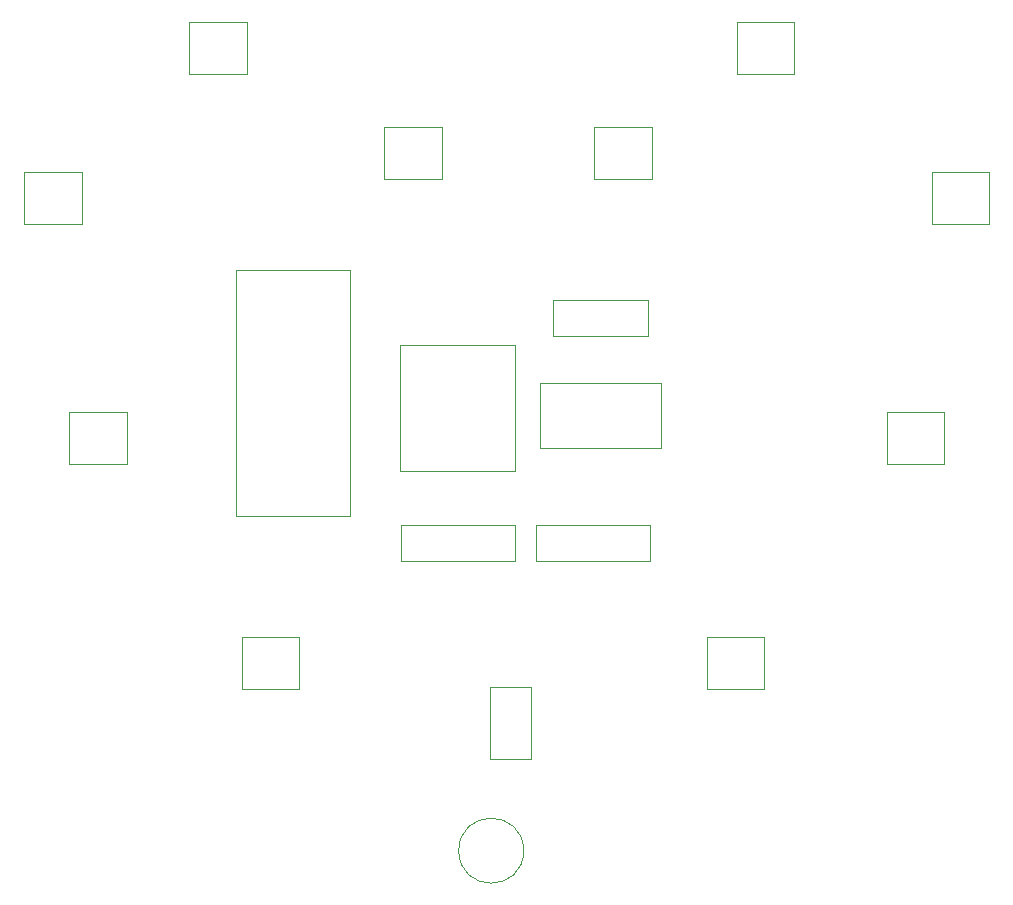
<source format=gbr>
%TF.GenerationSoftware,KiCad,Pcbnew,9.0.6*%
%TF.CreationDate,2026-02-17T17:24:45+05:30*%
%TF.ProjectId,blinky,626c696e-6b79-42e6-9b69-6361645f7063,rev?*%
%TF.SameCoordinates,Original*%
%TF.FileFunction,Other,User*%
%FSLAX46Y46*%
G04 Gerber Fmt 4.6, Leading zero omitted, Abs format (unit mm)*
G04 Created by KiCad (PCBNEW 9.0.6) date 2026-02-17 17:24:45*
%MOMM*%
%LPD*%
G01*
G04 APERTURE LIST*
%ADD10C,0.050000*%
G04 APERTURE END LIST*
D10*
%TO.C,D5*%
X135135000Y-126670000D02*
X135135000Y-122250000D01*
X135135000Y-122250000D02*
X130295000Y-122250000D01*
X130295000Y-126670000D02*
X135135000Y-126670000D01*
X130295000Y-122250000D02*
X130295000Y-126670000D01*
%TO.C,D9*%
X177045000Y-74600000D02*
X177045000Y-70180000D01*
X177045000Y-70180000D02*
X172205000Y-70180000D01*
X172205000Y-74600000D02*
X177045000Y-74600000D01*
X172205000Y-70180000D02*
X172205000Y-74600000D01*
%TO.C,RV1*%
X155555000Y-100755000D02*
X165755000Y-100755000D01*
X165755000Y-106255000D01*
X155555000Y-106255000D01*
X155555000Y-100755000D01*
%TO.C,D7*%
X189745000Y-107620000D02*
X189745000Y-103200000D01*
X189745000Y-103200000D02*
X184905000Y-103200000D01*
X184905000Y-107620000D02*
X189745000Y-107620000D01*
X184905000Y-103200000D02*
X184905000Y-107620000D01*
%TO.C,D8*%
X193555000Y-87300000D02*
X193555000Y-82880000D01*
X193555000Y-82880000D02*
X188715000Y-82880000D01*
X188715000Y-87300000D02*
X193555000Y-87300000D01*
X188715000Y-82880000D02*
X188715000Y-87300000D01*
%TO.C,D10*%
X164980000Y-83490000D02*
X164980000Y-79070000D01*
X164980000Y-79070000D02*
X160140000Y-79070000D01*
X160140000Y-83490000D02*
X164980000Y-83490000D01*
X160140000Y-79070000D02*
X160140000Y-83490000D01*
%TO.C,R1*%
X143730000Y-112800000D02*
X153450000Y-112800000D01*
X153450000Y-115800000D01*
X143730000Y-115800000D01*
X143730000Y-112800000D01*
%TO.C,D1*%
X147200000Y-83490000D02*
X147200000Y-79070000D01*
X147200000Y-79070000D02*
X142360000Y-79070000D01*
X142360000Y-83490000D02*
X147200000Y-83490000D01*
X142360000Y-79070000D02*
X142360000Y-83490000D01*
%TO.C,D3*%
X116720000Y-87300000D02*
X116720000Y-82880000D01*
X116720000Y-82880000D02*
X111880000Y-82880000D01*
X111880000Y-87300000D02*
X116720000Y-87300000D01*
X111880000Y-82880000D02*
X111880000Y-87300000D01*
%TO.C,D2*%
X130690000Y-74600000D02*
X130690000Y-70180000D01*
X130690000Y-70180000D02*
X125850000Y-70180000D01*
X125850000Y-74600000D02*
X130690000Y-74600000D01*
X125850000Y-70180000D02*
X125850000Y-74600000D01*
%TO.C,C2*%
X156655000Y-93750000D02*
X164655000Y-93750000D01*
X164655000Y-96750000D01*
X156655000Y-96750000D01*
X156655000Y-93750000D01*
%TO.C,C1*%
X154150000Y-140335000D02*
G75*
G02*
X148650000Y-140335000I-2750000J0D01*
G01*
X148650000Y-140335000D02*
G75*
G02*
X154150000Y-140335000I2750000J0D01*
G01*
%TO.C,R2*%
X155160000Y-112800000D02*
X164880000Y-112800000D01*
X164880000Y-115800000D01*
X155160000Y-115800000D01*
X155160000Y-112800000D01*
%TO.C,D4*%
X120530000Y-107620000D02*
X120530000Y-103200000D01*
X120530000Y-103200000D02*
X115690000Y-103200000D01*
X115690000Y-107620000D02*
X120530000Y-107620000D01*
X115690000Y-103200000D02*
X115690000Y-107620000D01*
%TO.C,U1*%
X143720000Y-97540000D02*
X153450000Y-97540000D01*
X153450000Y-108200000D01*
X143720000Y-108200000D01*
X143720000Y-97540000D01*
%TO.C,D6*%
X174505000Y-126670000D02*
X174505000Y-122250000D01*
X174505000Y-122250000D02*
X169665000Y-122250000D01*
X169665000Y-126670000D02*
X174505000Y-126670000D01*
X169665000Y-122250000D02*
X169665000Y-126670000D01*
%TO.C,J1*%
X154805000Y-132585000D02*
X154805000Y-126495000D01*
X154805000Y-126495000D02*
X151265000Y-126495000D01*
X151265000Y-132585000D02*
X154805000Y-132585000D01*
X151265000Y-126495000D02*
X151265000Y-132585000D01*
%TO.C,U2*%
X129755000Y-91190000D02*
X139485000Y-91190000D01*
X139485000Y-112010000D01*
X129755000Y-112010000D01*
X129755000Y-91190000D01*
%TD*%
M02*

</source>
